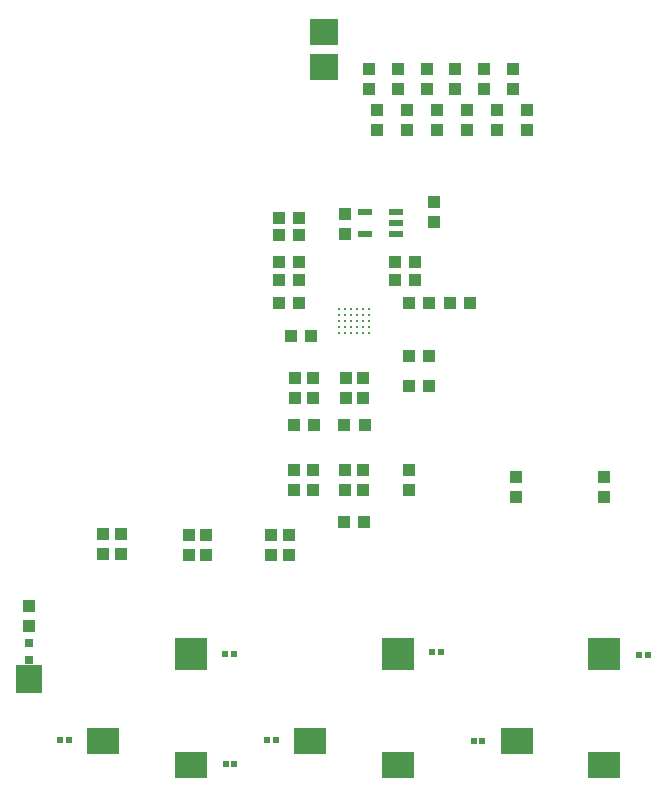
<source format=gbr>
G04 EAGLE Gerber RS-274X export*
G75*
%MOMM*%
%FSLAX34Y34*%
%LPD*%
%INSolderpaste Top*%
%IPPOS*%
%AMOC8*
5,1,8,0,0,1.08239X$1,22.5*%
G01*
%ADD10R,2.800000X2.200000*%
%ADD11R,2.800000X2.800000*%
%ADD12R,1.000000X1.100000*%
%ADD13R,0.800000X0.800000*%
%ADD14R,2.235200X2.489200*%
%ADD15C,0.249938*%
%ADD16R,1.100000X1.000000*%
%ADD17R,1.200000X0.550000*%
%ADD18R,0.470000X0.600000*%
%ADD19R,2.489200X2.235200*%


D10*
X313000Y44000D03*
X387000Y24000D03*
D11*
X387000Y118000D03*
D10*
X488000Y44000D03*
X562000Y24000D03*
D11*
X562000Y118000D03*
D10*
X138000Y44000D03*
X212000Y24000D03*
D11*
X212000Y118000D03*
D12*
X75000Y141500D03*
X75000Y158500D03*
D13*
X75000Y112500D03*
X75000Y127500D03*
D14*
X75000Y97000D03*
D15*
X362500Y390000D03*
X357500Y390000D03*
X352500Y390000D03*
X347500Y390000D03*
X342500Y390000D03*
X337500Y390000D03*
X362500Y395000D03*
X357500Y395000D03*
X352500Y395000D03*
X347500Y395000D03*
X342500Y395000D03*
X337500Y395000D03*
X362500Y400000D03*
X357500Y400000D03*
X352500Y400000D03*
X347500Y400000D03*
X342500Y400000D03*
X337500Y400000D03*
X362500Y405000D03*
X357500Y405000D03*
X352500Y405000D03*
X347500Y405000D03*
X342500Y405000D03*
X337500Y405000D03*
X362500Y410000D03*
X357500Y410000D03*
X352500Y410000D03*
X347500Y410000D03*
X342500Y410000D03*
X337500Y410000D03*
D12*
X562000Y268000D03*
X562000Y251000D03*
X487500Y268000D03*
X487500Y251000D03*
X358000Y352000D03*
X358000Y335000D03*
X343000Y335000D03*
X343000Y352000D03*
D16*
X359000Y312000D03*
X342000Y312000D03*
D12*
X315000Y352000D03*
X315000Y335000D03*
X300000Y335000D03*
X300000Y352000D03*
D16*
X316000Y312000D03*
X299000Y312000D03*
D12*
X210000Y218500D03*
X210000Y201500D03*
X138000Y219500D03*
X138000Y202500D03*
X280000Y218500D03*
X280000Y201500D03*
D16*
X313500Y387500D03*
X296500Y387500D03*
X431500Y415000D03*
X448500Y415000D03*
X413500Y370000D03*
X396500Y370000D03*
D12*
X342500Y490500D03*
X342500Y473500D03*
X417500Y500500D03*
X417500Y483500D03*
D17*
X385501Y473500D03*
X385501Y483000D03*
X385501Y492500D03*
X359499Y492500D03*
X359499Y473500D03*
D16*
X384500Y435000D03*
X401500Y435000D03*
X384500Y450000D03*
X401500Y450000D03*
X303500Y472500D03*
X286500Y472500D03*
X303500Y487500D03*
X286500Y487500D03*
X303500Y435000D03*
X286500Y435000D03*
X286500Y415000D03*
X303500Y415000D03*
X413500Y415000D03*
X396500Y415000D03*
D12*
X497000Y578500D03*
X497000Y561500D03*
X471600Y578500D03*
X471600Y561500D03*
X446200Y578500D03*
X446200Y561500D03*
X420800Y578500D03*
X420800Y561500D03*
X395400Y578500D03*
X395400Y561500D03*
X370000Y578500D03*
X370000Y561500D03*
D16*
X396500Y345000D03*
X413500Y345000D03*
D18*
X591350Y117500D03*
X598650Y117500D03*
X458650Y44000D03*
X451350Y44000D03*
X283650Y45000D03*
X276350Y45000D03*
X416350Y120000D03*
X423650Y120000D03*
X248650Y25000D03*
X241350Y25000D03*
X101350Y45000D03*
X108650Y45000D03*
X248150Y118000D03*
X240850Y118000D03*
D12*
X411500Y613250D03*
X411500Y596250D03*
X436000Y613250D03*
X436000Y596250D03*
X387000Y613250D03*
X387000Y596250D03*
D19*
X324936Y615000D03*
D12*
X485000Y613250D03*
X485000Y596250D03*
X362500Y613250D03*
X362500Y596250D03*
X460500Y613250D03*
X460500Y596250D03*
D19*
X324936Y645000D03*
D16*
X303500Y450000D03*
X286500Y450000D03*
X341500Y230000D03*
X358500Y230000D03*
D12*
X225000Y218500D03*
X225000Y201500D03*
X153000Y219500D03*
X153000Y202500D03*
X295000Y218500D03*
X295000Y201500D03*
X358000Y273500D03*
X358000Y256500D03*
X342500Y273500D03*
X342500Y256500D03*
X315500Y273500D03*
X315500Y256500D03*
X299500Y273500D03*
X299500Y256500D03*
X396500Y273500D03*
X396500Y256500D03*
M02*

</source>
